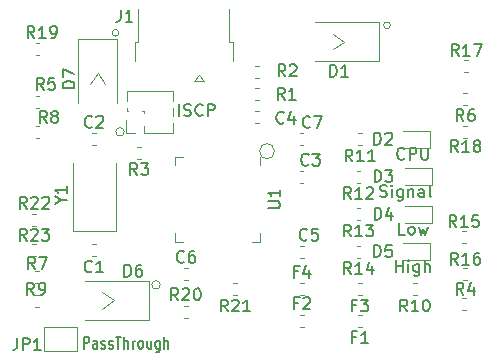
<source format=gbr>
G04 #@! TF.GenerationSoftware,KiCad,Pcbnew,5.1.4-e60b266~84~ubuntu18.04.1*
G04 #@! TF.CreationDate,2019-09-17T17:50:47+10:00*
G04 #@! TF.ProjectId,RC-Endpoint-Limiter,52432d45-6e64-4706-9f69-6e742d4c696d,rev?*
G04 #@! TF.SameCoordinates,Original*
G04 #@! TF.FileFunction,Legend,Top*
G04 #@! TF.FilePolarity,Positive*
%FSLAX46Y46*%
G04 Gerber Fmt 4.6, Leading zero omitted, Abs format (unit mm)*
G04 Created by KiCad (PCBNEW 5.1.4-e60b266~84~ubuntu18.04.1) date 2019-09-17 17:50:47*
%MOMM*%
%LPD*%
G04 APERTURE LIST*
%ADD10C,0.120000*%
%ADD11C,0.150000*%
G04 APERTURE END LIST*
D10*
X96244210Y-47625000D02*
G75*
G03X96244210Y-47625000I-359210J0D01*
G01*
X99292210Y-60579000D02*
G75*
G03X99292210Y-60579000I-359210J0D01*
G01*
X95787981Y-39243000D02*
G75*
G03X95787981Y-39243000I-283981J0D01*
G01*
X118774981Y-38608000D02*
G75*
G03X118774981Y-38608000I-283981J0D01*
G01*
X114808000Y-40005000D02*
X113919000Y-40640000D01*
X113919000Y-39370000D02*
X114808000Y-40005000D01*
X93980000Y-42672000D02*
X94615000Y-43561000D01*
X93345000Y-43561000D02*
X93980000Y-42672000D01*
X95377000Y-61849000D02*
X94361000Y-62611000D01*
X94361000Y-61214000D02*
X95377000Y-61849000D01*
X108966000Y-49276000D02*
G75*
G03X108966000Y-49276000I-635000J0D01*
G01*
X96395000Y-47739000D02*
X96395000Y-46609000D01*
X97155000Y-47739000D02*
X96395000Y-47739000D01*
X96460000Y-45031470D02*
X96460000Y-44209000D01*
X96460000Y-45849000D02*
X96460000Y-45646530D01*
X96591529Y-45849000D02*
X96460000Y-45849000D01*
X97861529Y-45849000D02*
X97718471Y-45849000D01*
X97915000Y-46045529D02*
X97915000Y-45902471D01*
X97915000Y-47739000D02*
X97915000Y-47172471D01*
X96460000Y-44209000D02*
X100390000Y-44209000D01*
X97915000Y-47739000D02*
X100390000Y-47739000D01*
X100390000Y-46301470D02*
X100390000Y-45646530D01*
X100390000Y-45031470D02*
X100390000Y-44209000D01*
X100390000Y-47739000D02*
X100390000Y-46916530D01*
X88457721Y-55628000D02*
X88783279Y-55628000D01*
X88457721Y-54608000D02*
X88783279Y-54608000D01*
X88457721Y-57148000D02*
X88783279Y-57148000D01*
X88457721Y-58168000D02*
X88783279Y-58168000D01*
X125292779Y-44321000D02*
X124967221Y-44321000D01*
X125292779Y-45341000D02*
X124967221Y-45341000D01*
X101284721Y-62355000D02*
X101610279Y-62355000D01*
X101284721Y-63375000D02*
X101610279Y-63375000D01*
X105801279Y-60450000D02*
X105475721Y-60450000D01*
X105801279Y-61470000D02*
X105475721Y-61470000D01*
X111114721Y-64137000D02*
X111440279Y-64137000D01*
X111114721Y-63117000D02*
X111440279Y-63117000D01*
X116342279Y-64137000D02*
X116016721Y-64137000D01*
X116342279Y-63117000D02*
X116016721Y-63117000D01*
X111114721Y-60450000D02*
X111440279Y-60450000D01*
X111114721Y-61470000D02*
X111440279Y-61470000D01*
X116342279Y-60450000D02*
X116016721Y-60450000D01*
X116342279Y-61470000D02*
X116016721Y-61470000D01*
X95510000Y-56010000D02*
X95510000Y-50260000D01*
X91910000Y-56010000D02*
X95510000Y-56010000D01*
X91910000Y-50260000D02*
X91910000Y-56010000D01*
X88737221Y-41150000D02*
X89062779Y-41150000D01*
X88737221Y-40130000D02*
X89062779Y-40130000D01*
X124967221Y-48135000D02*
X125292779Y-48135000D01*
X124967221Y-47115000D02*
X125292779Y-47115000D01*
X125359279Y-41527000D02*
X125033721Y-41527000D01*
X125359279Y-42547000D02*
X125033721Y-42547000D01*
X124967221Y-60200000D02*
X125292779Y-60200000D01*
X124967221Y-59180000D02*
X125292779Y-59180000D01*
X125165779Y-56005000D02*
X124840221Y-56005000D01*
X125165779Y-57025000D02*
X124840221Y-57025000D01*
X116240779Y-57275000D02*
X115915221Y-57275000D01*
X116240779Y-58295000D02*
X115915221Y-58295000D01*
X116240779Y-54100000D02*
X115915221Y-54100000D01*
X116240779Y-55120000D02*
X115915221Y-55120000D01*
X116240779Y-50925000D02*
X115915221Y-50925000D01*
X116240779Y-51945000D02*
X115915221Y-51945000D01*
X116367779Y-47750000D02*
X116042221Y-47750000D01*
X116367779Y-48770000D02*
X116042221Y-48770000D01*
X121000279Y-60450000D02*
X120674721Y-60450000D01*
X121000279Y-61470000D02*
X120674721Y-61470000D01*
X88711721Y-62486000D02*
X89037279Y-62486000D01*
X88711721Y-61466000D02*
X89037279Y-61466000D01*
X88737221Y-48135000D02*
X89062779Y-48135000D01*
X88737221Y-47115000D02*
X89062779Y-47115000D01*
X88711721Y-60454000D02*
X89037279Y-60454000D01*
X88711721Y-59434000D02*
X89037279Y-59434000D01*
X88737221Y-45595000D02*
X89062779Y-45595000D01*
X88737221Y-44575000D02*
X89062779Y-44575000D01*
X125165779Y-61720000D02*
X124840221Y-61720000D01*
X125165779Y-62740000D02*
X124840221Y-62740000D01*
X97673279Y-48893000D02*
X97347721Y-48893000D01*
X97673279Y-49913000D02*
X97347721Y-49913000D01*
X107630279Y-42035000D02*
X107304721Y-42035000D01*
X107630279Y-43055000D02*
X107304721Y-43055000D01*
X107630279Y-43940000D02*
X107304721Y-43940000D01*
X107630279Y-44960000D02*
X107304721Y-44960000D01*
X122170000Y-57050000D02*
X119885000Y-57050000D01*
X122170000Y-58520000D02*
X122170000Y-57050000D01*
X119885000Y-58520000D02*
X122170000Y-58520000D01*
X122322500Y-53875000D02*
X120037500Y-53875000D01*
X122322500Y-55345000D02*
X122322500Y-53875000D01*
X120037500Y-55345000D02*
X122322500Y-55345000D01*
X122322500Y-50700000D02*
X120037500Y-50700000D01*
X122322500Y-52170000D02*
X122322500Y-50700000D01*
X120037500Y-52170000D02*
X122322500Y-52170000D01*
X122170000Y-47525000D02*
X119885000Y-47525000D01*
X122170000Y-48995000D02*
X122170000Y-47525000D01*
X119885000Y-48995000D02*
X122170000Y-48995000D01*
X111414779Y-47750000D02*
X111089221Y-47750000D01*
X111414779Y-48770000D02*
X111089221Y-48770000D01*
X101310221Y-60200000D02*
X101635779Y-60200000D01*
X101310221Y-59180000D02*
X101635779Y-59180000D01*
X111440279Y-57275000D02*
X111114721Y-57275000D01*
X111440279Y-58295000D02*
X111114721Y-58295000D01*
X107304721Y-46865000D02*
X107630279Y-46865000D01*
X107304721Y-45845000D02*
X107630279Y-45845000D01*
X111089221Y-51945000D02*
X111414779Y-51945000D01*
X111089221Y-50925000D02*
X111414779Y-50925000D01*
X93514721Y-48770000D02*
X93840279Y-48770000D01*
X93514721Y-47750000D02*
X93840279Y-47750000D01*
X93840279Y-57148000D02*
X93514721Y-57148000D01*
X93840279Y-58168000D02*
X93514721Y-58168000D01*
X95630000Y-39780000D02*
X95630000Y-45180000D01*
X92330000Y-39780000D02*
X92330000Y-45180000D01*
X95630000Y-39780000D02*
X92330000Y-39780000D01*
X98301000Y-63562500D02*
X92901000Y-63562500D01*
X98301000Y-60262500D02*
X92901000Y-60262500D01*
X98301000Y-63562500D02*
X98301000Y-60262500D01*
X117795000Y-41655000D02*
X112395000Y-41655000D01*
X117795000Y-38355000D02*
X112395000Y-38355000D01*
X117795000Y-41655000D02*
X117795000Y-38355000D01*
X102575000Y-42858000D02*
X102975000Y-43308000D01*
X102975000Y-43308000D02*
X102175000Y-43308000D01*
X102175000Y-43308000D02*
X102575000Y-42858000D01*
X97425000Y-37258000D02*
X97425000Y-40058000D01*
X97425000Y-40058000D02*
X97125000Y-40058000D01*
X97125000Y-40058000D02*
X97125000Y-41608000D01*
X105125000Y-37258000D02*
X105125000Y-40058000D01*
X105425000Y-40058000D02*
X105125000Y-40058000D01*
X105425000Y-40058000D02*
X105425000Y-41608000D01*
X89420000Y-66151000D02*
X89420000Y-64151000D01*
X92220000Y-66151000D02*
X89420000Y-66151000D01*
X92220000Y-64151000D02*
X92220000Y-66151000D01*
X89420000Y-64151000D02*
X92220000Y-64151000D01*
X107750000Y-50455000D02*
X107750000Y-49730000D01*
X100530000Y-56950000D02*
X101255000Y-56950000D01*
X100530000Y-56225000D02*
X100530000Y-56950000D01*
X100530000Y-49730000D02*
X101255000Y-49730000D01*
X100530000Y-50455000D02*
X100530000Y-49730000D01*
X107750000Y-56950000D02*
X107025000Y-56950000D01*
X107750000Y-56225000D02*
X107750000Y-56950000D01*
D11*
X100885809Y-46299380D02*
X100885809Y-45299380D01*
X101314380Y-46251761D02*
X101457238Y-46299380D01*
X101695333Y-46299380D01*
X101790571Y-46251761D01*
X101838190Y-46204142D01*
X101885809Y-46108904D01*
X101885809Y-46013666D01*
X101838190Y-45918428D01*
X101790571Y-45870809D01*
X101695333Y-45823190D01*
X101504857Y-45775571D01*
X101409619Y-45727952D01*
X101362000Y-45680333D01*
X101314380Y-45585095D01*
X101314380Y-45489857D01*
X101362000Y-45394619D01*
X101409619Y-45347000D01*
X101504857Y-45299380D01*
X101742952Y-45299380D01*
X101885809Y-45347000D01*
X102885809Y-46204142D02*
X102838190Y-46251761D01*
X102695333Y-46299380D01*
X102600095Y-46299380D01*
X102457238Y-46251761D01*
X102362000Y-46156523D01*
X102314380Y-46061285D01*
X102266761Y-45870809D01*
X102266761Y-45727952D01*
X102314380Y-45537476D01*
X102362000Y-45442238D01*
X102457238Y-45347000D01*
X102600095Y-45299380D01*
X102695333Y-45299380D01*
X102838190Y-45347000D01*
X102885809Y-45394619D01*
X103314380Y-46299380D02*
X103314380Y-45299380D01*
X103695333Y-45299380D01*
X103790571Y-45347000D01*
X103838190Y-45394619D01*
X103885809Y-45489857D01*
X103885809Y-45632714D01*
X103838190Y-45727952D01*
X103790571Y-45775571D01*
X103695333Y-45823190D01*
X103314380Y-45823190D01*
X87977642Y-54140380D02*
X87644309Y-53664190D01*
X87406214Y-54140380D02*
X87406214Y-53140380D01*
X87787166Y-53140380D01*
X87882404Y-53188000D01*
X87930023Y-53235619D01*
X87977642Y-53330857D01*
X87977642Y-53473714D01*
X87930023Y-53568952D01*
X87882404Y-53616571D01*
X87787166Y-53664190D01*
X87406214Y-53664190D01*
X88358595Y-53235619D02*
X88406214Y-53188000D01*
X88501452Y-53140380D01*
X88739547Y-53140380D01*
X88834785Y-53188000D01*
X88882404Y-53235619D01*
X88930023Y-53330857D01*
X88930023Y-53426095D01*
X88882404Y-53568952D01*
X88310976Y-54140380D01*
X88930023Y-54140380D01*
X89310976Y-53235619D02*
X89358595Y-53188000D01*
X89453833Y-53140380D01*
X89691928Y-53140380D01*
X89787166Y-53188000D01*
X89834785Y-53235619D01*
X89882404Y-53330857D01*
X89882404Y-53426095D01*
X89834785Y-53568952D01*
X89263357Y-54140380D01*
X89882404Y-54140380D01*
X87977642Y-56840380D02*
X87644309Y-56364190D01*
X87406214Y-56840380D02*
X87406214Y-55840380D01*
X87787166Y-55840380D01*
X87882404Y-55888000D01*
X87930023Y-55935619D01*
X87977642Y-56030857D01*
X87977642Y-56173714D01*
X87930023Y-56268952D01*
X87882404Y-56316571D01*
X87787166Y-56364190D01*
X87406214Y-56364190D01*
X88358595Y-55935619D02*
X88406214Y-55888000D01*
X88501452Y-55840380D01*
X88739547Y-55840380D01*
X88834785Y-55888000D01*
X88882404Y-55935619D01*
X88930023Y-56030857D01*
X88930023Y-56126095D01*
X88882404Y-56268952D01*
X88310976Y-56840380D01*
X88930023Y-56840380D01*
X89263357Y-55840380D02*
X89882404Y-55840380D01*
X89549071Y-56221333D01*
X89691928Y-56221333D01*
X89787166Y-56268952D01*
X89834785Y-56316571D01*
X89882404Y-56411809D01*
X89882404Y-56649904D01*
X89834785Y-56745142D01*
X89787166Y-56792761D01*
X89691928Y-56840380D01*
X89406214Y-56840380D01*
X89310976Y-56792761D01*
X89263357Y-56745142D01*
X124963333Y-46713380D02*
X124630000Y-46237190D01*
X124391904Y-46713380D02*
X124391904Y-45713380D01*
X124772857Y-45713380D01*
X124868095Y-45761000D01*
X124915714Y-45808619D01*
X124963333Y-45903857D01*
X124963333Y-46046714D01*
X124915714Y-46141952D01*
X124868095Y-46189571D01*
X124772857Y-46237190D01*
X124391904Y-46237190D01*
X125820476Y-45713380D02*
X125630000Y-45713380D01*
X125534761Y-45761000D01*
X125487142Y-45808619D01*
X125391904Y-45951476D01*
X125344285Y-46141952D01*
X125344285Y-46522904D01*
X125391904Y-46618142D01*
X125439523Y-46665761D01*
X125534761Y-46713380D01*
X125725238Y-46713380D01*
X125820476Y-46665761D01*
X125868095Y-46618142D01*
X125915714Y-46522904D01*
X125915714Y-46284809D01*
X125868095Y-46189571D01*
X125820476Y-46141952D01*
X125725238Y-46094333D01*
X125534761Y-46094333D01*
X125439523Y-46141952D01*
X125391904Y-46189571D01*
X125344285Y-46284809D01*
X100804642Y-61887380D02*
X100471309Y-61411190D01*
X100233214Y-61887380D02*
X100233214Y-60887380D01*
X100614166Y-60887380D01*
X100709404Y-60935000D01*
X100757023Y-60982619D01*
X100804642Y-61077857D01*
X100804642Y-61220714D01*
X100757023Y-61315952D01*
X100709404Y-61363571D01*
X100614166Y-61411190D01*
X100233214Y-61411190D01*
X101185595Y-60982619D02*
X101233214Y-60935000D01*
X101328452Y-60887380D01*
X101566547Y-60887380D01*
X101661785Y-60935000D01*
X101709404Y-60982619D01*
X101757023Y-61077857D01*
X101757023Y-61173095D01*
X101709404Y-61315952D01*
X101137976Y-61887380D01*
X101757023Y-61887380D01*
X102376071Y-60887380D02*
X102471309Y-60887380D01*
X102566547Y-60935000D01*
X102614166Y-60982619D01*
X102661785Y-61077857D01*
X102709404Y-61268333D01*
X102709404Y-61506428D01*
X102661785Y-61696904D01*
X102614166Y-61792142D01*
X102566547Y-61839761D01*
X102471309Y-61887380D01*
X102376071Y-61887380D01*
X102280833Y-61839761D01*
X102233214Y-61792142D01*
X102185595Y-61696904D01*
X102137976Y-61506428D01*
X102137976Y-61268333D01*
X102185595Y-61077857D01*
X102233214Y-60982619D01*
X102280833Y-60935000D01*
X102376071Y-60887380D01*
X104995642Y-62842380D02*
X104662309Y-62366190D01*
X104424214Y-62842380D02*
X104424214Y-61842380D01*
X104805166Y-61842380D01*
X104900404Y-61890000D01*
X104948023Y-61937619D01*
X104995642Y-62032857D01*
X104995642Y-62175714D01*
X104948023Y-62270952D01*
X104900404Y-62318571D01*
X104805166Y-62366190D01*
X104424214Y-62366190D01*
X105376595Y-61937619D02*
X105424214Y-61890000D01*
X105519452Y-61842380D01*
X105757547Y-61842380D01*
X105852785Y-61890000D01*
X105900404Y-61937619D01*
X105948023Y-62032857D01*
X105948023Y-62128095D01*
X105900404Y-62270952D01*
X105328976Y-62842380D01*
X105948023Y-62842380D01*
X106900404Y-62842380D02*
X106328976Y-62842380D01*
X106614690Y-62842380D02*
X106614690Y-61842380D01*
X106519452Y-61985238D01*
X106424214Y-62080476D01*
X106328976Y-62128095D01*
X110944166Y-62125571D02*
X110610833Y-62125571D01*
X110610833Y-62649380D02*
X110610833Y-61649380D01*
X111087023Y-61649380D01*
X111420357Y-61744619D02*
X111467976Y-61697000D01*
X111563214Y-61649380D01*
X111801309Y-61649380D01*
X111896547Y-61697000D01*
X111944166Y-61744619D01*
X111991785Y-61839857D01*
X111991785Y-61935095D01*
X111944166Y-62077952D01*
X111372738Y-62649380D01*
X111991785Y-62649380D01*
X115846166Y-64985571D02*
X115512833Y-64985571D01*
X115512833Y-65509380D02*
X115512833Y-64509380D01*
X115989023Y-64509380D01*
X116893785Y-65509380D02*
X116322357Y-65509380D01*
X116608071Y-65509380D02*
X116608071Y-64509380D01*
X116512833Y-64652238D01*
X116417595Y-64747476D01*
X116322357Y-64795095D01*
X110944166Y-59458571D02*
X110610833Y-59458571D01*
X110610833Y-59982380D02*
X110610833Y-58982380D01*
X111087023Y-58982380D01*
X111896547Y-59315714D02*
X111896547Y-59982380D01*
X111658452Y-58934761D02*
X111420357Y-59649047D01*
X112039404Y-59649047D01*
X115846166Y-62318571D02*
X115512833Y-62318571D01*
X115512833Y-62842380D02*
X115512833Y-61842380D01*
X115989023Y-61842380D01*
X116274738Y-61842380D02*
X116893785Y-61842380D01*
X116560452Y-62223333D01*
X116703309Y-62223333D01*
X116798547Y-62270952D01*
X116846166Y-62318571D01*
X116893785Y-62413809D01*
X116893785Y-62651904D01*
X116846166Y-62747142D01*
X116798547Y-62794761D01*
X116703309Y-62842380D01*
X116417595Y-62842380D01*
X116322357Y-62794761D01*
X116274738Y-62747142D01*
X90886190Y-53436190D02*
X91362380Y-53436190D01*
X90362380Y-53769523D02*
X90886190Y-53436190D01*
X90362380Y-53102857D01*
X91362380Y-52245714D02*
X91362380Y-52817142D01*
X91362380Y-52531428D02*
X90362380Y-52531428D01*
X90505238Y-52626666D01*
X90600476Y-52721904D01*
X90648095Y-52817142D01*
X88638142Y-39695380D02*
X88304809Y-39219190D01*
X88066714Y-39695380D02*
X88066714Y-38695380D01*
X88447666Y-38695380D01*
X88542904Y-38743000D01*
X88590523Y-38790619D01*
X88638142Y-38885857D01*
X88638142Y-39028714D01*
X88590523Y-39123952D01*
X88542904Y-39171571D01*
X88447666Y-39219190D01*
X88066714Y-39219190D01*
X89590523Y-39695380D02*
X89019095Y-39695380D01*
X89304809Y-39695380D02*
X89304809Y-38695380D01*
X89209571Y-38838238D01*
X89114333Y-38933476D01*
X89019095Y-38981095D01*
X90066714Y-39695380D02*
X90257190Y-39695380D01*
X90352428Y-39647761D01*
X90400047Y-39600142D01*
X90495285Y-39457285D01*
X90542904Y-39266809D01*
X90542904Y-38885857D01*
X90495285Y-38790619D01*
X90447666Y-38743000D01*
X90352428Y-38695380D01*
X90161952Y-38695380D01*
X90066714Y-38743000D01*
X90019095Y-38790619D01*
X89971476Y-38885857D01*
X89971476Y-39123952D01*
X90019095Y-39219190D01*
X90066714Y-39266809D01*
X90161952Y-39314428D01*
X90352428Y-39314428D01*
X90447666Y-39266809D01*
X90495285Y-39219190D01*
X90542904Y-39123952D01*
X124487142Y-49347380D02*
X124153809Y-48871190D01*
X123915714Y-49347380D02*
X123915714Y-48347380D01*
X124296666Y-48347380D01*
X124391904Y-48395000D01*
X124439523Y-48442619D01*
X124487142Y-48537857D01*
X124487142Y-48680714D01*
X124439523Y-48775952D01*
X124391904Y-48823571D01*
X124296666Y-48871190D01*
X123915714Y-48871190D01*
X125439523Y-49347380D02*
X124868095Y-49347380D01*
X125153809Y-49347380D02*
X125153809Y-48347380D01*
X125058571Y-48490238D01*
X124963333Y-48585476D01*
X124868095Y-48633095D01*
X126010952Y-48775952D02*
X125915714Y-48728333D01*
X125868095Y-48680714D01*
X125820476Y-48585476D01*
X125820476Y-48537857D01*
X125868095Y-48442619D01*
X125915714Y-48395000D01*
X126010952Y-48347380D01*
X126201428Y-48347380D01*
X126296666Y-48395000D01*
X126344285Y-48442619D01*
X126391904Y-48537857D01*
X126391904Y-48585476D01*
X126344285Y-48680714D01*
X126296666Y-48728333D01*
X126201428Y-48775952D01*
X126010952Y-48775952D01*
X125915714Y-48823571D01*
X125868095Y-48871190D01*
X125820476Y-48966428D01*
X125820476Y-49156904D01*
X125868095Y-49252142D01*
X125915714Y-49299761D01*
X126010952Y-49347380D01*
X126201428Y-49347380D01*
X126296666Y-49299761D01*
X126344285Y-49252142D01*
X126391904Y-49156904D01*
X126391904Y-48966428D01*
X126344285Y-48871190D01*
X126296666Y-48823571D01*
X126201428Y-48775952D01*
X124553642Y-41219380D02*
X124220309Y-40743190D01*
X123982214Y-41219380D02*
X123982214Y-40219380D01*
X124363166Y-40219380D01*
X124458404Y-40267000D01*
X124506023Y-40314619D01*
X124553642Y-40409857D01*
X124553642Y-40552714D01*
X124506023Y-40647952D01*
X124458404Y-40695571D01*
X124363166Y-40743190D01*
X123982214Y-40743190D01*
X125506023Y-41219380D02*
X124934595Y-41219380D01*
X125220309Y-41219380D02*
X125220309Y-40219380D01*
X125125071Y-40362238D01*
X125029833Y-40457476D01*
X124934595Y-40505095D01*
X125839357Y-40219380D02*
X126506023Y-40219380D01*
X126077452Y-41219380D01*
X124487142Y-58872380D02*
X124153809Y-58396190D01*
X123915714Y-58872380D02*
X123915714Y-57872380D01*
X124296666Y-57872380D01*
X124391904Y-57920000D01*
X124439523Y-57967619D01*
X124487142Y-58062857D01*
X124487142Y-58205714D01*
X124439523Y-58300952D01*
X124391904Y-58348571D01*
X124296666Y-58396190D01*
X123915714Y-58396190D01*
X125439523Y-58872380D02*
X124868095Y-58872380D01*
X125153809Y-58872380D02*
X125153809Y-57872380D01*
X125058571Y-58015238D01*
X124963333Y-58110476D01*
X124868095Y-58158095D01*
X126296666Y-57872380D02*
X126106190Y-57872380D01*
X126010952Y-57920000D01*
X125963333Y-57967619D01*
X125868095Y-58110476D01*
X125820476Y-58300952D01*
X125820476Y-58681904D01*
X125868095Y-58777142D01*
X125915714Y-58824761D01*
X126010952Y-58872380D01*
X126201428Y-58872380D01*
X126296666Y-58824761D01*
X126344285Y-58777142D01*
X126391904Y-58681904D01*
X126391904Y-58443809D01*
X126344285Y-58348571D01*
X126296666Y-58300952D01*
X126201428Y-58253333D01*
X126010952Y-58253333D01*
X125915714Y-58300952D01*
X125868095Y-58348571D01*
X125820476Y-58443809D01*
X124360142Y-55697380D02*
X124026809Y-55221190D01*
X123788714Y-55697380D02*
X123788714Y-54697380D01*
X124169666Y-54697380D01*
X124264904Y-54745000D01*
X124312523Y-54792619D01*
X124360142Y-54887857D01*
X124360142Y-55030714D01*
X124312523Y-55125952D01*
X124264904Y-55173571D01*
X124169666Y-55221190D01*
X123788714Y-55221190D01*
X125312523Y-55697380D02*
X124741095Y-55697380D01*
X125026809Y-55697380D02*
X125026809Y-54697380D01*
X124931571Y-54840238D01*
X124836333Y-54935476D01*
X124741095Y-54983095D01*
X126217285Y-54697380D02*
X125741095Y-54697380D01*
X125693476Y-55173571D01*
X125741095Y-55125952D01*
X125836333Y-55078333D01*
X126074428Y-55078333D01*
X126169666Y-55125952D01*
X126217285Y-55173571D01*
X126264904Y-55268809D01*
X126264904Y-55506904D01*
X126217285Y-55602142D01*
X126169666Y-55649761D01*
X126074428Y-55697380D01*
X125836333Y-55697380D01*
X125741095Y-55649761D01*
X125693476Y-55602142D01*
X115435142Y-59667380D02*
X115101809Y-59191190D01*
X114863714Y-59667380D02*
X114863714Y-58667380D01*
X115244666Y-58667380D01*
X115339904Y-58715000D01*
X115387523Y-58762619D01*
X115435142Y-58857857D01*
X115435142Y-59000714D01*
X115387523Y-59095952D01*
X115339904Y-59143571D01*
X115244666Y-59191190D01*
X114863714Y-59191190D01*
X116387523Y-59667380D02*
X115816095Y-59667380D01*
X116101809Y-59667380D02*
X116101809Y-58667380D01*
X116006571Y-58810238D01*
X115911333Y-58905476D01*
X115816095Y-58953095D01*
X117244666Y-59000714D02*
X117244666Y-59667380D01*
X117006571Y-58619761D02*
X116768476Y-59334047D01*
X117387523Y-59334047D01*
X115435142Y-56492380D02*
X115101809Y-56016190D01*
X114863714Y-56492380D02*
X114863714Y-55492380D01*
X115244666Y-55492380D01*
X115339904Y-55540000D01*
X115387523Y-55587619D01*
X115435142Y-55682857D01*
X115435142Y-55825714D01*
X115387523Y-55920952D01*
X115339904Y-55968571D01*
X115244666Y-56016190D01*
X114863714Y-56016190D01*
X116387523Y-56492380D02*
X115816095Y-56492380D01*
X116101809Y-56492380D02*
X116101809Y-55492380D01*
X116006571Y-55635238D01*
X115911333Y-55730476D01*
X115816095Y-55778095D01*
X116720857Y-55492380D02*
X117339904Y-55492380D01*
X117006571Y-55873333D01*
X117149428Y-55873333D01*
X117244666Y-55920952D01*
X117292285Y-55968571D01*
X117339904Y-56063809D01*
X117339904Y-56301904D01*
X117292285Y-56397142D01*
X117244666Y-56444761D01*
X117149428Y-56492380D01*
X116863714Y-56492380D01*
X116768476Y-56444761D01*
X116720857Y-56397142D01*
X115435142Y-53317380D02*
X115101809Y-52841190D01*
X114863714Y-53317380D02*
X114863714Y-52317380D01*
X115244666Y-52317380D01*
X115339904Y-52365000D01*
X115387523Y-52412619D01*
X115435142Y-52507857D01*
X115435142Y-52650714D01*
X115387523Y-52745952D01*
X115339904Y-52793571D01*
X115244666Y-52841190D01*
X114863714Y-52841190D01*
X116387523Y-53317380D02*
X115816095Y-53317380D01*
X116101809Y-53317380D02*
X116101809Y-52317380D01*
X116006571Y-52460238D01*
X115911333Y-52555476D01*
X115816095Y-52603095D01*
X116768476Y-52412619D02*
X116816095Y-52365000D01*
X116911333Y-52317380D01*
X117149428Y-52317380D01*
X117244666Y-52365000D01*
X117292285Y-52412619D01*
X117339904Y-52507857D01*
X117339904Y-52603095D01*
X117292285Y-52745952D01*
X116720857Y-53317380D01*
X117339904Y-53317380D01*
X115562142Y-50142380D02*
X115228809Y-49666190D01*
X114990714Y-50142380D02*
X114990714Y-49142380D01*
X115371666Y-49142380D01*
X115466904Y-49190000D01*
X115514523Y-49237619D01*
X115562142Y-49332857D01*
X115562142Y-49475714D01*
X115514523Y-49570952D01*
X115466904Y-49618571D01*
X115371666Y-49666190D01*
X114990714Y-49666190D01*
X116514523Y-50142380D02*
X115943095Y-50142380D01*
X116228809Y-50142380D02*
X116228809Y-49142380D01*
X116133571Y-49285238D01*
X116038333Y-49380476D01*
X115943095Y-49428095D01*
X117466904Y-50142380D02*
X116895476Y-50142380D01*
X117181190Y-50142380D02*
X117181190Y-49142380D01*
X117085952Y-49285238D01*
X116990714Y-49380476D01*
X116895476Y-49428095D01*
X120194642Y-62842380D02*
X119861309Y-62366190D01*
X119623214Y-62842380D02*
X119623214Y-61842380D01*
X120004166Y-61842380D01*
X120099404Y-61890000D01*
X120147023Y-61937619D01*
X120194642Y-62032857D01*
X120194642Y-62175714D01*
X120147023Y-62270952D01*
X120099404Y-62318571D01*
X120004166Y-62366190D01*
X119623214Y-62366190D01*
X121147023Y-62842380D02*
X120575595Y-62842380D01*
X120861309Y-62842380D02*
X120861309Y-61842380D01*
X120766071Y-61985238D01*
X120670833Y-62080476D01*
X120575595Y-62128095D01*
X121766071Y-61842380D02*
X121861309Y-61842380D01*
X121956547Y-61890000D01*
X122004166Y-61937619D01*
X122051785Y-62032857D01*
X122099404Y-62223333D01*
X122099404Y-62461428D01*
X122051785Y-62651904D01*
X122004166Y-62747142D01*
X121956547Y-62794761D01*
X121861309Y-62842380D01*
X121766071Y-62842380D01*
X121670833Y-62794761D01*
X121623214Y-62747142D01*
X121575595Y-62651904D01*
X121527976Y-62461428D01*
X121527976Y-62223333D01*
X121575595Y-62032857D01*
X121623214Y-61937619D01*
X121670833Y-61890000D01*
X121766071Y-61842380D01*
X88606333Y-61412380D02*
X88273000Y-60936190D01*
X88034904Y-61412380D02*
X88034904Y-60412380D01*
X88415857Y-60412380D01*
X88511095Y-60460000D01*
X88558714Y-60507619D01*
X88606333Y-60602857D01*
X88606333Y-60745714D01*
X88558714Y-60840952D01*
X88511095Y-60888571D01*
X88415857Y-60936190D01*
X88034904Y-60936190D01*
X89082523Y-61412380D02*
X89273000Y-61412380D01*
X89368238Y-61364761D01*
X89415857Y-61317142D01*
X89511095Y-61174285D01*
X89558714Y-60983809D01*
X89558714Y-60602857D01*
X89511095Y-60507619D01*
X89463476Y-60460000D01*
X89368238Y-60412380D01*
X89177761Y-60412380D01*
X89082523Y-60460000D01*
X89034904Y-60507619D01*
X88987285Y-60602857D01*
X88987285Y-60840952D01*
X89034904Y-60936190D01*
X89082523Y-60983809D01*
X89177761Y-61031428D01*
X89368238Y-61031428D01*
X89463476Y-60983809D01*
X89511095Y-60936190D01*
X89558714Y-60840952D01*
X89685833Y-46870880D02*
X89352500Y-46394690D01*
X89114404Y-46870880D02*
X89114404Y-45870880D01*
X89495357Y-45870880D01*
X89590595Y-45918500D01*
X89638214Y-45966119D01*
X89685833Y-46061357D01*
X89685833Y-46204214D01*
X89638214Y-46299452D01*
X89590595Y-46347071D01*
X89495357Y-46394690D01*
X89114404Y-46394690D01*
X90257261Y-46299452D02*
X90162023Y-46251833D01*
X90114404Y-46204214D01*
X90066785Y-46108976D01*
X90066785Y-46061357D01*
X90114404Y-45966119D01*
X90162023Y-45918500D01*
X90257261Y-45870880D01*
X90447738Y-45870880D01*
X90542976Y-45918500D01*
X90590595Y-45966119D01*
X90638214Y-46061357D01*
X90638214Y-46108976D01*
X90590595Y-46204214D01*
X90542976Y-46251833D01*
X90447738Y-46299452D01*
X90257261Y-46299452D01*
X90162023Y-46347071D01*
X90114404Y-46394690D01*
X90066785Y-46489928D01*
X90066785Y-46680404D01*
X90114404Y-46775642D01*
X90162023Y-46823261D01*
X90257261Y-46870880D01*
X90447738Y-46870880D01*
X90542976Y-46823261D01*
X90590595Y-46775642D01*
X90638214Y-46680404D01*
X90638214Y-46489928D01*
X90590595Y-46394690D01*
X90542976Y-46347071D01*
X90447738Y-46299452D01*
X88707833Y-59253380D02*
X88374500Y-58777190D01*
X88136404Y-59253380D02*
X88136404Y-58253380D01*
X88517357Y-58253380D01*
X88612595Y-58301000D01*
X88660214Y-58348619D01*
X88707833Y-58443857D01*
X88707833Y-58586714D01*
X88660214Y-58681952D01*
X88612595Y-58729571D01*
X88517357Y-58777190D01*
X88136404Y-58777190D01*
X89041166Y-58253380D02*
X89707833Y-58253380D01*
X89279261Y-59253380D01*
X89431833Y-44076880D02*
X89098500Y-43600690D01*
X88860404Y-44076880D02*
X88860404Y-43076880D01*
X89241357Y-43076880D01*
X89336595Y-43124500D01*
X89384214Y-43172119D01*
X89431833Y-43267357D01*
X89431833Y-43410214D01*
X89384214Y-43505452D01*
X89336595Y-43553071D01*
X89241357Y-43600690D01*
X88860404Y-43600690D01*
X90336595Y-43076880D02*
X89860404Y-43076880D01*
X89812785Y-43553071D01*
X89860404Y-43505452D01*
X89955642Y-43457833D01*
X90193738Y-43457833D01*
X90288976Y-43505452D01*
X90336595Y-43553071D01*
X90384214Y-43648309D01*
X90384214Y-43886404D01*
X90336595Y-43981642D01*
X90288976Y-44029261D01*
X90193738Y-44076880D01*
X89955642Y-44076880D01*
X89860404Y-44029261D01*
X89812785Y-43981642D01*
X124963333Y-61412380D02*
X124630000Y-60936190D01*
X124391904Y-61412380D02*
X124391904Y-60412380D01*
X124772857Y-60412380D01*
X124868095Y-60460000D01*
X124915714Y-60507619D01*
X124963333Y-60602857D01*
X124963333Y-60745714D01*
X124915714Y-60840952D01*
X124868095Y-60888571D01*
X124772857Y-60936190D01*
X124391904Y-60936190D01*
X125820476Y-60745714D02*
X125820476Y-61412380D01*
X125582380Y-60364761D02*
X125344285Y-61079047D01*
X125963333Y-61079047D01*
X97343833Y-51285380D02*
X97010500Y-50809190D01*
X96772404Y-51285380D02*
X96772404Y-50285380D01*
X97153357Y-50285380D01*
X97248595Y-50333000D01*
X97296214Y-50380619D01*
X97343833Y-50475857D01*
X97343833Y-50618714D01*
X97296214Y-50713952D01*
X97248595Y-50761571D01*
X97153357Y-50809190D01*
X96772404Y-50809190D01*
X97677166Y-50285380D02*
X98296214Y-50285380D01*
X97962880Y-50666333D01*
X98105738Y-50666333D01*
X98200976Y-50713952D01*
X98248595Y-50761571D01*
X98296214Y-50856809D01*
X98296214Y-51094904D01*
X98248595Y-51190142D01*
X98200976Y-51237761D01*
X98105738Y-51285380D01*
X97820023Y-51285380D01*
X97724785Y-51237761D01*
X97677166Y-51190142D01*
X109878833Y-42933880D02*
X109545500Y-42457690D01*
X109307404Y-42933880D02*
X109307404Y-41933880D01*
X109688357Y-41933880D01*
X109783595Y-41981500D01*
X109831214Y-42029119D01*
X109878833Y-42124357D01*
X109878833Y-42267214D01*
X109831214Y-42362452D01*
X109783595Y-42410071D01*
X109688357Y-42457690D01*
X109307404Y-42457690D01*
X110259785Y-42029119D02*
X110307404Y-41981500D01*
X110402642Y-41933880D01*
X110640738Y-41933880D01*
X110735976Y-41981500D01*
X110783595Y-42029119D01*
X110831214Y-42124357D01*
X110831214Y-42219595D01*
X110783595Y-42362452D01*
X110212166Y-42933880D01*
X110831214Y-42933880D01*
X109815333Y-44902380D02*
X109482000Y-44426190D01*
X109243904Y-44902380D02*
X109243904Y-43902380D01*
X109624857Y-43902380D01*
X109720095Y-43950000D01*
X109767714Y-43997619D01*
X109815333Y-44092857D01*
X109815333Y-44235714D01*
X109767714Y-44330952D01*
X109720095Y-44378571D01*
X109624857Y-44426190D01*
X109243904Y-44426190D01*
X110767714Y-44902380D02*
X110196285Y-44902380D01*
X110482000Y-44902380D02*
X110482000Y-43902380D01*
X110386761Y-44045238D01*
X110291523Y-44140476D01*
X110196285Y-44188095D01*
X117406904Y-58237380D02*
X117406904Y-57237380D01*
X117645000Y-57237380D01*
X117787857Y-57285000D01*
X117883095Y-57380238D01*
X117930714Y-57475476D01*
X117978333Y-57665952D01*
X117978333Y-57808809D01*
X117930714Y-57999285D01*
X117883095Y-58094523D01*
X117787857Y-58189761D01*
X117645000Y-58237380D01*
X117406904Y-58237380D01*
X118883095Y-57237380D02*
X118406904Y-57237380D01*
X118359285Y-57713571D01*
X118406904Y-57665952D01*
X118502142Y-57618333D01*
X118740238Y-57618333D01*
X118835476Y-57665952D01*
X118883095Y-57713571D01*
X118930714Y-57808809D01*
X118930714Y-58046904D01*
X118883095Y-58142142D01*
X118835476Y-58189761D01*
X118740238Y-58237380D01*
X118502142Y-58237380D01*
X118406904Y-58189761D01*
X118359285Y-58142142D01*
X119256428Y-59507380D02*
X119256428Y-58507380D01*
X119256428Y-58983571D02*
X119827857Y-58983571D01*
X119827857Y-59507380D02*
X119827857Y-58507380D01*
X120304047Y-59507380D02*
X120304047Y-58840714D01*
X120304047Y-58507380D02*
X120256428Y-58555000D01*
X120304047Y-58602619D01*
X120351666Y-58555000D01*
X120304047Y-58507380D01*
X120304047Y-58602619D01*
X121208809Y-58840714D02*
X121208809Y-59650238D01*
X121161190Y-59745476D01*
X121113571Y-59793095D01*
X121018333Y-59840714D01*
X120875476Y-59840714D01*
X120780238Y-59793095D01*
X121208809Y-59459761D02*
X121113571Y-59507380D01*
X120923095Y-59507380D01*
X120827857Y-59459761D01*
X120780238Y-59412142D01*
X120732619Y-59316904D01*
X120732619Y-59031190D01*
X120780238Y-58935952D01*
X120827857Y-58888333D01*
X120923095Y-58840714D01*
X121113571Y-58840714D01*
X121208809Y-58888333D01*
X121685000Y-59507380D02*
X121685000Y-58507380D01*
X122113571Y-59507380D02*
X122113571Y-58983571D01*
X122065952Y-58888333D01*
X121970714Y-58840714D01*
X121827857Y-58840714D01*
X121732619Y-58888333D01*
X121685000Y-58935952D01*
X117432404Y-55062380D02*
X117432404Y-54062380D01*
X117670500Y-54062380D01*
X117813357Y-54110000D01*
X117908595Y-54205238D01*
X117956214Y-54300476D01*
X118003833Y-54490952D01*
X118003833Y-54633809D01*
X117956214Y-54824285D01*
X117908595Y-54919523D01*
X117813357Y-55014761D01*
X117670500Y-55062380D01*
X117432404Y-55062380D01*
X118860976Y-54395714D02*
X118860976Y-55062380D01*
X118622880Y-54014761D02*
X118384785Y-54729047D01*
X119003833Y-54729047D01*
X120018333Y-56332380D02*
X119542142Y-56332380D01*
X119542142Y-55332380D01*
X120494523Y-56332380D02*
X120399285Y-56284761D01*
X120351666Y-56237142D01*
X120304047Y-56141904D01*
X120304047Y-55856190D01*
X120351666Y-55760952D01*
X120399285Y-55713333D01*
X120494523Y-55665714D01*
X120637380Y-55665714D01*
X120732619Y-55713333D01*
X120780238Y-55760952D01*
X120827857Y-55856190D01*
X120827857Y-56141904D01*
X120780238Y-56237142D01*
X120732619Y-56284761D01*
X120637380Y-56332380D01*
X120494523Y-56332380D01*
X121161190Y-55665714D02*
X121351666Y-56332380D01*
X121542142Y-55856190D01*
X121732619Y-56332380D01*
X121923095Y-55665714D01*
X117432404Y-51887380D02*
X117432404Y-50887380D01*
X117670500Y-50887380D01*
X117813357Y-50935000D01*
X117908595Y-51030238D01*
X117956214Y-51125476D01*
X118003833Y-51315952D01*
X118003833Y-51458809D01*
X117956214Y-51649285D01*
X117908595Y-51744523D01*
X117813357Y-51839761D01*
X117670500Y-51887380D01*
X117432404Y-51887380D01*
X118337166Y-50887380D02*
X118956214Y-50887380D01*
X118622880Y-51268333D01*
X118765738Y-51268333D01*
X118860976Y-51315952D01*
X118908595Y-51363571D01*
X118956214Y-51458809D01*
X118956214Y-51696904D01*
X118908595Y-51792142D01*
X118860976Y-51839761D01*
X118765738Y-51887380D01*
X118480023Y-51887380D01*
X118384785Y-51839761D01*
X118337166Y-51792142D01*
X117907142Y-53109761D02*
X118050000Y-53157380D01*
X118288095Y-53157380D01*
X118383333Y-53109761D01*
X118430952Y-53062142D01*
X118478571Y-52966904D01*
X118478571Y-52871666D01*
X118430952Y-52776428D01*
X118383333Y-52728809D01*
X118288095Y-52681190D01*
X118097619Y-52633571D01*
X118002380Y-52585952D01*
X117954761Y-52538333D01*
X117907142Y-52443095D01*
X117907142Y-52347857D01*
X117954761Y-52252619D01*
X118002380Y-52205000D01*
X118097619Y-52157380D01*
X118335714Y-52157380D01*
X118478571Y-52205000D01*
X118907142Y-53157380D02*
X118907142Y-52490714D01*
X118907142Y-52157380D02*
X118859523Y-52205000D01*
X118907142Y-52252619D01*
X118954761Y-52205000D01*
X118907142Y-52157380D01*
X118907142Y-52252619D01*
X119811904Y-52490714D02*
X119811904Y-53300238D01*
X119764285Y-53395476D01*
X119716666Y-53443095D01*
X119621428Y-53490714D01*
X119478571Y-53490714D01*
X119383333Y-53443095D01*
X119811904Y-53109761D02*
X119716666Y-53157380D01*
X119526190Y-53157380D01*
X119430952Y-53109761D01*
X119383333Y-53062142D01*
X119335714Y-52966904D01*
X119335714Y-52681190D01*
X119383333Y-52585952D01*
X119430952Y-52538333D01*
X119526190Y-52490714D01*
X119716666Y-52490714D01*
X119811904Y-52538333D01*
X120288095Y-52490714D02*
X120288095Y-53157380D01*
X120288095Y-52585952D02*
X120335714Y-52538333D01*
X120430952Y-52490714D01*
X120573809Y-52490714D01*
X120669047Y-52538333D01*
X120716666Y-52633571D01*
X120716666Y-53157380D01*
X121621428Y-53157380D02*
X121621428Y-52633571D01*
X121573809Y-52538333D01*
X121478571Y-52490714D01*
X121288095Y-52490714D01*
X121192857Y-52538333D01*
X121621428Y-53109761D02*
X121526190Y-53157380D01*
X121288095Y-53157380D01*
X121192857Y-53109761D01*
X121145238Y-53014523D01*
X121145238Y-52919285D01*
X121192857Y-52824047D01*
X121288095Y-52776428D01*
X121526190Y-52776428D01*
X121621428Y-52728809D01*
X122240476Y-53157380D02*
X122145238Y-53109761D01*
X122097619Y-53014523D01*
X122097619Y-52157380D01*
X117406904Y-48712380D02*
X117406904Y-47712380D01*
X117645000Y-47712380D01*
X117787857Y-47760000D01*
X117883095Y-47855238D01*
X117930714Y-47950476D01*
X117978333Y-48140952D01*
X117978333Y-48283809D01*
X117930714Y-48474285D01*
X117883095Y-48569523D01*
X117787857Y-48664761D01*
X117645000Y-48712380D01*
X117406904Y-48712380D01*
X118359285Y-47807619D02*
X118406904Y-47760000D01*
X118502142Y-47712380D01*
X118740238Y-47712380D01*
X118835476Y-47760000D01*
X118883095Y-47807619D01*
X118930714Y-47902857D01*
X118930714Y-47998095D01*
X118883095Y-48140952D01*
X118311666Y-48712380D01*
X118930714Y-48712380D01*
X119970714Y-49887142D02*
X119923095Y-49934761D01*
X119780238Y-49982380D01*
X119685000Y-49982380D01*
X119542142Y-49934761D01*
X119446904Y-49839523D01*
X119399285Y-49744285D01*
X119351666Y-49553809D01*
X119351666Y-49410952D01*
X119399285Y-49220476D01*
X119446904Y-49125238D01*
X119542142Y-49030000D01*
X119685000Y-48982380D01*
X119780238Y-48982380D01*
X119923095Y-49030000D01*
X119970714Y-49077619D01*
X120399285Y-49982380D02*
X120399285Y-48982380D01*
X120780238Y-48982380D01*
X120875476Y-49030000D01*
X120923095Y-49077619D01*
X120970714Y-49172857D01*
X120970714Y-49315714D01*
X120923095Y-49410952D01*
X120875476Y-49458571D01*
X120780238Y-49506190D01*
X120399285Y-49506190D01*
X121399285Y-48982380D02*
X121399285Y-49791904D01*
X121446904Y-49887142D01*
X121494523Y-49934761D01*
X121589761Y-49982380D01*
X121780238Y-49982380D01*
X121875476Y-49934761D01*
X121923095Y-49887142D01*
X121970714Y-49791904D01*
X121970714Y-48982380D01*
X111974333Y-47220142D02*
X111926714Y-47267761D01*
X111783857Y-47315380D01*
X111688619Y-47315380D01*
X111545761Y-47267761D01*
X111450523Y-47172523D01*
X111402904Y-47077285D01*
X111355285Y-46886809D01*
X111355285Y-46743952D01*
X111402904Y-46553476D01*
X111450523Y-46458238D01*
X111545761Y-46363000D01*
X111688619Y-46315380D01*
X111783857Y-46315380D01*
X111926714Y-46363000D01*
X111974333Y-46410619D01*
X112307666Y-46315380D02*
X112974333Y-46315380D01*
X112545761Y-47315380D01*
X101306333Y-58617142D02*
X101258714Y-58664761D01*
X101115857Y-58712380D01*
X101020619Y-58712380D01*
X100877761Y-58664761D01*
X100782523Y-58569523D01*
X100734904Y-58474285D01*
X100687285Y-58283809D01*
X100687285Y-58140952D01*
X100734904Y-57950476D01*
X100782523Y-57855238D01*
X100877761Y-57760000D01*
X101020619Y-57712380D01*
X101115857Y-57712380D01*
X101258714Y-57760000D01*
X101306333Y-57807619D01*
X102163476Y-57712380D02*
X101973000Y-57712380D01*
X101877761Y-57760000D01*
X101830142Y-57807619D01*
X101734904Y-57950476D01*
X101687285Y-58140952D01*
X101687285Y-58521904D01*
X101734904Y-58617142D01*
X101782523Y-58664761D01*
X101877761Y-58712380D01*
X102068238Y-58712380D01*
X102163476Y-58664761D01*
X102211095Y-58617142D01*
X102258714Y-58521904D01*
X102258714Y-58283809D01*
X102211095Y-58188571D01*
X102163476Y-58140952D01*
X102068238Y-58093333D01*
X101877761Y-58093333D01*
X101782523Y-58140952D01*
X101734904Y-58188571D01*
X101687285Y-58283809D01*
X111720333Y-56745142D02*
X111672714Y-56792761D01*
X111529857Y-56840380D01*
X111434619Y-56840380D01*
X111291761Y-56792761D01*
X111196523Y-56697523D01*
X111148904Y-56602285D01*
X111101285Y-56411809D01*
X111101285Y-56268952D01*
X111148904Y-56078476D01*
X111196523Y-55983238D01*
X111291761Y-55888000D01*
X111434619Y-55840380D01*
X111529857Y-55840380D01*
X111672714Y-55888000D01*
X111720333Y-55935619D01*
X112625095Y-55840380D02*
X112148904Y-55840380D01*
X112101285Y-56316571D01*
X112148904Y-56268952D01*
X112244142Y-56221333D01*
X112482238Y-56221333D01*
X112577476Y-56268952D01*
X112625095Y-56316571D01*
X112672714Y-56411809D01*
X112672714Y-56649904D01*
X112625095Y-56745142D01*
X112577476Y-56792761D01*
X112482238Y-56840380D01*
X112244142Y-56840380D01*
X112148904Y-56792761D01*
X112101285Y-56745142D01*
X109751833Y-46839142D02*
X109704214Y-46886761D01*
X109561357Y-46934380D01*
X109466119Y-46934380D01*
X109323261Y-46886761D01*
X109228023Y-46791523D01*
X109180404Y-46696285D01*
X109132785Y-46505809D01*
X109132785Y-46362952D01*
X109180404Y-46172476D01*
X109228023Y-46077238D01*
X109323261Y-45982000D01*
X109466119Y-45934380D01*
X109561357Y-45934380D01*
X109704214Y-45982000D01*
X109751833Y-46029619D01*
X110608976Y-46267714D02*
X110608976Y-46934380D01*
X110370880Y-45886761D02*
X110132785Y-46601047D01*
X110751833Y-46601047D01*
X111847333Y-50395142D02*
X111799714Y-50442761D01*
X111656857Y-50490380D01*
X111561619Y-50490380D01*
X111418761Y-50442761D01*
X111323523Y-50347523D01*
X111275904Y-50252285D01*
X111228285Y-50061809D01*
X111228285Y-49918952D01*
X111275904Y-49728476D01*
X111323523Y-49633238D01*
X111418761Y-49538000D01*
X111561619Y-49490380D01*
X111656857Y-49490380D01*
X111799714Y-49538000D01*
X111847333Y-49585619D01*
X112180666Y-49490380D02*
X112799714Y-49490380D01*
X112466380Y-49871333D01*
X112609238Y-49871333D01*
X112704476Y-49918952D01*
X112752095Y-49966571D01*
X112799714Y-50061809D01*
X112799714Y-50299904D01*
X112752095Y-50395142D01*
X112704476Y-50442761D01*
X112609238Y-50490380D01*
X112323523Y-50490380D01*
X112228285Y-50442761D01*
X112180666Y-50395142D01*
X93510833Y-47187142D02*
X93463214Y-47234761D01*
X93320357Y-47282380D01*
X93225119Y-47282380D01*
X93082261Y-47234761D01*
X92987023Y-47139523D01*
X92939404Y-47044285D01*
X92891785Y-46853809D01*
X92891785Y-46710952D01*
X92939404Y-46520476D01*
X92987023Y-46425238D01*
X93082261Y-46330000D01*
X93225119Y-46282380D01*
X93320357Y-46282380D01*
X93463214Y-46330000D01*
X93510833Y-46377619D01*
X93891785Y-46377619D02*
X93939404Y-46330000D01*
X94034642Y-46282380D01*
X94272738Y-46282380D01*
X94367976Y-46330000D01*
X94415595Y-46377619D01*
X94463214Y-46472857D01*
X94463214Y-46568095D01*
X94415595Y-46710952D01*
X93844166Y-47282380D01*
X94463214Y-47282380D01*
X93510833Y-59445142D02*
X93463214Y-59492761D01*
X93320357Y-59540380D01*
X93225119Y-59540380D01*
X93082261Y-59492761D01*
X92987023Y-59397523D01*
X92939404Y-59302285D01*
X92891785Y-59111809D01*
X92891785Y-58968952D01*
X92939404Y-58778476D01*
X92987023Y-58683238D01*
X93082261Y-58588000D01*
X93225119Y-58540380D01*
X93320357Y-58540380D01*
X93463214Y-58588000D01*
X93510833Y-58635619D01*
X94463214Y-59540380D02*
X93891785Y-59540380D01*
X94177500Y-59540380D02*
X94177500Y-58540380D01*
X94082261Y-58683238D01*
X93987023Y-58778476D01*
X93891785Y-58826095D01*
X92019380Y-43918095D02*
X91019380Y-43918095D01*
X91019380Y-43680000D01*
X91067000Y-43537142D01*
X91162238Y-43441904D01*
X91257476Y-43394285D01*
X91447952Y-43346666D01*
X91590809Y-43346666D01*
X91781285Y-43394285D01*
X91876523Y-43441904D01*
X91971761Y-43537142D01*
X92019380Y-43680000D01*
X92019380Y-43918095D01*
X91019380Y-43013333D02*
X91019380Y-42346666D01*
X92019380Y-42775238D01*
X96258404Y-59888380D02*
X96258404Y-58888380D01*
X96496500Y-58888380D01*
X96639357Y-58936000D01*
X96734595Y-59031238D01*
X96782214Y-59126476D01*
X96829833Y-59316952D01*
X96829833Y-59459809D01*
X96782214Y-59650285D01*
X96734595Y-59745523D01*
X96639357Y-59840761D01*
X96496500Y-59888380D01*
X96258404Y-59888380D01*
X97686976Y-58888380D02*
X97496500Y-58888380D01*
X97401261Y-58936000D01*
X97353642Y-58983619D01*
X97258404Y-59126476D01*
X97210785Y-59316952D01*
X97210785Y-59697904D01*
X97258404Y-59793142D01*
X97306023Y-59840761D01*
X97401261Y-59888380D01*
X97591738Y-59888380D01*
X97686976Y-59840761D01*
X97734595Y-59793142D01*
X97782214Y-59697904D01*
X97782214Y-59459809D01*
X97734595Y-59364571D01*
X97686976Y-59316952D01*
X97591738Y-59269333D01*
X97401261Y-59269333D01*
X97306023Y-59316952D01*
X97258404Y-59364571D01*
X97210785Y-59459809D01*
X113656904Y-42957380D02*
X113656904Y-41957380D01*
X113895000Y-41957380D01*
X114037857Y-42005000D01*
X114133095Y-42100238D01*
X114180714Y-42195476D01*
X114228333Y-42385952D01*
X114228333Y-42528809D01*
X114180714Y-42719285D01*
X114133095Y-42814523D01*
X114037857Y-42909761D01*
X113895000Y-42957380D01*
X113656904Y-42957380D01*
X115180714Y-42957380D02*
X114609285Y-42957380D01*
X114895000Y-42957380D02*
X114895000Y-41957380D01*
X114799761Y-42100238D01*
X114704523Y-42195476D01*
X114609285Y-42243095D01*
X95932666Y-37298380D02*
X95932666Y-38012666D01*
X95885047Y-38155523D01*
X95789809Y-38250761D01*
X95646952Y-38298380D01*
X95551714Y-38298380D01*
X96932666Y-38298380D02*
X96361238Y-38298380D01*
X96646952Y-38298380D02*
X96646952Y-37298380D01*
X96551714Y-37441238D01*
X96456476Y-37536476D01*
X96361238Y-37584095D01*
X87177666Y-65111380D02*
X87177666Y-65825666D01*
X87130047Y-65968523D01*
X87034809Y-66063761D01*
X86891952Y-66111380D01*
X86796714Y-66111380D01*
X87653857Y-66111380D02*
X87653857Y-65111380D01*
X88034809Y-65111380D01*
X88130047Y-65159000D01*
X88177666Y-65206619D01*
X88225285Y-65301857D01*
X88225285Y-65444714D01*
X88177666Y-65539952D01*
X88130047Y-65587571D01*
X88034809Y-65635190D01*
X87653857Y-65635190D01*
X89177666Y-66111380D02*
X88606238Y-66111380D01*
X88891952Y-66111380D02*
X88891952Y-65111380D01*
X88796714Y-65254238D01*
X88701476Y-65349476D01*
X88606238Y-65397095D01*
X92812047Y-65984380D02*
X92812047Y-64984380D01*
X93116809Y-64984380D01*
X93193000Y-65032000D01*
X93231095Y-65079619D01*
X93269190Y-65174857D01*
X93269190Y-65317714D01*
X93231095Y-65412952D01*
X93193000Y-65460571D01*
X93116809Y-65508190D01*
X92812047Y-65508190D01*
X93954904Y-65984380D02*
X93954904Y-65460571D01*
X93916809Y-65365333D01*
X93840619Y-65317714D01*
X93688238Y-65317714D01*
X93612047Y-65365333D01*
X93954904Y-65936761D02*
X93878714Y-65984380D01*
X93688238Y-65984380D01*
X93612047Y-65936761D01*
X93573952Y-65841523D01*
X93573952Y-65746285D01*
X93612047Y-65651047D01*
X93688238Y-65603428D01*
X93878714Y-65603428D01*
X93954904Y-65555809D01*
X94297761Y-65936761D02*
X94373952Y-65984380D01*
X94526333Y-65984380D01*
X94602523Y-65936761D01*
X94640619Y-65841523D01*
X94640619Y-65793904D01*
X94602523Y-65698666D01*
X94526333Y-65651047D01*
X94412047Y-65651047D01*
X94335857Y-65603428D01*
X94297761Y-65508190D01*
X94297761Y-65460571D01*
X94335857Y-65365333D01*
X94412047Y-65317714D01*
X94526333Y-65317714D01*
X94602523Y-65365333D01*
X94945380Y-65936761D02*
X95021571Y-65984380D01*
X95173952Y-65984380D01*
X95250142Y-65936761D01*
X95288238Y-65841523D01*
X95288238Y-65793904D01*
X95250142Y-65698666D01*
X95173952Y-65651047D01*
X95059666Y-65651047D01*
X94983476Y-65603428D01*
X94945380Y-65508190D01*
X94945380Y-65460571D01*
X94983476Y-65365333D01*
X95059666Y-65317714D01*
X95173952Y-65317714D01*
X95250142Y-65365333D01*
X95516809Y-64984380D02*
X95973952Y-64984380D01*
X95745380Y-65984380D02*
X95745380Y-64984380D01*
X96240619Y-65984380D02*
X96240619Y-64984380D01*
X96583476Y-65984380D02*
X96583476Y-65460571D01*
X96545380Y-65365333D01*
X96469190Y-65317714D01*
X96354904Y-65317714D01*
X96278714Y-65365333D01*
X96240619Y-65412952D01*
X96964428Y-65984380D02*
X96964428Y-65317714D01*
X96964428Y-65508190D02*
X97002523Y-65412952D01*
X97040619Y-65365333D01*
X97116809Y-65317714D01*
X97193000Y-65317714D01*
X97573952Y-65984380D02*
X97497761Y-65936761D01*
X97459666Y-65889142D01*
X97421571Y-65793904D01*
X97421571Y-65508190D01*
X97459666Y-65412952D01*
X97497761Y-65365333D01*
X97573952Y-65317714D01*
X97688238Y-65317714D01*
X97764428Y-65365333D01*
X97802523Y-65412952D01*
X97840619Y-65508190D01*
X97840619Y-65793904D01*
X97802523Y-65889142D01*
X97764428Y-65936761D01*
X97688238Y-65984380D01*
X97573952Y-65984380D01*
X98526333Y-65317714D02*
X98526333Y-65984380D01*
X98183476Y-65317714D02*
X98183476Y-65841523D01*
X98221571Y-65936761D01*
X98297761Y-65984380D01*
X98412047Y-65984380D01*
X98488238Y-65936761D01*
X98526333Y-65889142D01*
X99250142Y-65317714D02*
X99250142Y-66127238D01*
X99212047Y-66222476D01*
X99173952Y-66270095D01*
X99097761Y-66317714D01*
X98983476Y-66317714D01*
X98907285Y-66270095D01*
X99250142Y-65936761D02*
X99173952Y-65984380D01*
X99021571Y-65984380D01*
X98945380Y-65936761D01*
X98907285Y-65889142D01*
X98869190Y-65793904D01*
X98869190Y-65508190D01*
X98907285Y-65412952D01*
X98945380Y-65365333D01*
X99021571Y-65317714D01*
X99173952Y-65317714D01*
X99250142Y-65365333D01*
X99631095Y-65984380D02*
X99631095Y-64984380D01*
X99973952Y-65984380D02*
X99973952Y-65460571D01*
X99935857Y-65365333D01*
X99859666Y-65317714D01*
X99745380Y-65317714D01*
X99669190Y-65365333D01*
X99631095Y-65412952D01*
X108412380Y-54101904D02*
X109221904Y-54101904D01*
X109317142Y-54054285D01*
X109364761Y-54006666D01*
X109412380Y-53911428D01*
X109412380Y-53720952D01*
X109364761Y-53625714D01*
X109317142Y-53578095D01*
X109221904Y-53530476D01*
X108412380Y-53530476D01*
X109412380Y-52530476D02*
X109412380Y-53101904D01*
X109412380Y-52816190D02*
X108412380Y-52816190D01*
X108555238Y-52911428D01*
X108650476Y-53006666D01*
X108698095Y-53101904D01*
M02*

</source>
